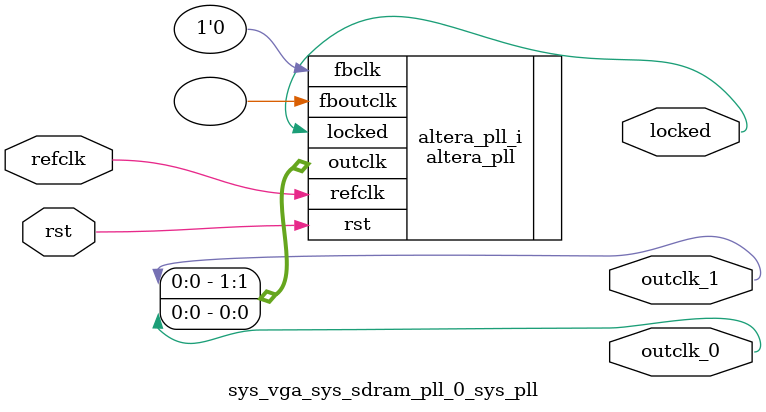
<source format=v>
`timescale 1ns/10ps
module  sys_vga_sys_sdram_pll_0_sys_pll(

	// interface 'refclk'
	input wire refclk,

	// interface 'reset'
	input wire rst,

	// interface 'outclk0'
	output wire outclk_0,

	// interface 'outclk1'
	output wire outclk_1,

	// interface 'locked'
	output wire locked
);

	altera_pll #(
		.fractional_vco_multiplier("false"),
		.reference_clock_frequency("50.0 MHz"),
		.operation_mode("direct"),
		.number_of_clocks(2),
		.output_clock_frequency0("50.000000 MHz"),
		.phase_shift0("0 ps"),
		.duty_cycle0(50),
		.output_clock_frequency1("50.000000 MHz"),
		.phase_shift1("-3000 ps"),
		.duty_cycle1(50),
		.output_clock_frequency2("0 MHz"),
		.phase_shift2("0 ps"),
		.duty_cycle2(50),
		.output_clock_frequency3("0 MHz"),
		.phase_shift3("0 ps"),
		.duty_cycle3(50),
		.output_clock_frequency4("0 MHz"),
		.phase_shift4("0 ps"),
		.duty_cycle4(50),
		.output_clock_frequency5("0 MHz"),
		.phase_shift5("0 ps"),
		.duty_cycle5(50),
		.output_clock_frequency6("0 MHz"),
		.phase_shift6("0 ps"),
		.duty_cycle6(50),
		.output_clock_frequency7("0 MHz"),
		.phase_shift7("0 ps"),
		.duty_cycle7(50),
		.output_clock_frequency8("0 MHz"),
		.phase_shift8("0 ps"),
		.duty_cycle8(50),
		.output_clock_frequency9("0 MHz"),
		.phase_shift9("0 ps"),
		.duty_cycle9(50),
		.output_clock_frequency10("0 MHz"),
		.phase_shift10("0 ps"),
		.duty_cycle10(50),
		.output_clock_frequency11("0 MHz"),
		.phase_shift11("0 ps"),
		.duty_cycle11(50),
		.output_clock_frequency12("0 MHz"),
		.phase_shift12("0 ps"),
		.duty_cycle12(50),
		.output_clock_frequency13("0 MHz"),
		.phase_shift13("0 ps"),
		.duty_cycle13(50),
		.output_clock_frequency14("0 MHz"),
		.phase_shift14("0 ps"),
		.duty_cycle14(50),
		.output_clock_frequency15("0 MHz"),
		.phase_shift15("0 ps"),
		.duty_cycle15(50),
		.output_clock_frequency16("0 MHz"),
		.phase_shift16("0 ps"),
		.duty_cycle16(50),
		.output_clock_frequency17("0 MHz"),
		.phase_shift17("0 ps"),
		.duty_cycle17(50),
		.pll_type("General"),
		.pll_subtype("General")
	) altera_pll_i (
		.rst	(rst),
		.outclk	({outclk_1, outclk_0}),
		.locked	(locked),
		.fboutclk	( ),
		.fbclk	(1'b0),
		.refclk	(refclk)
	);
endmodule


</source>
